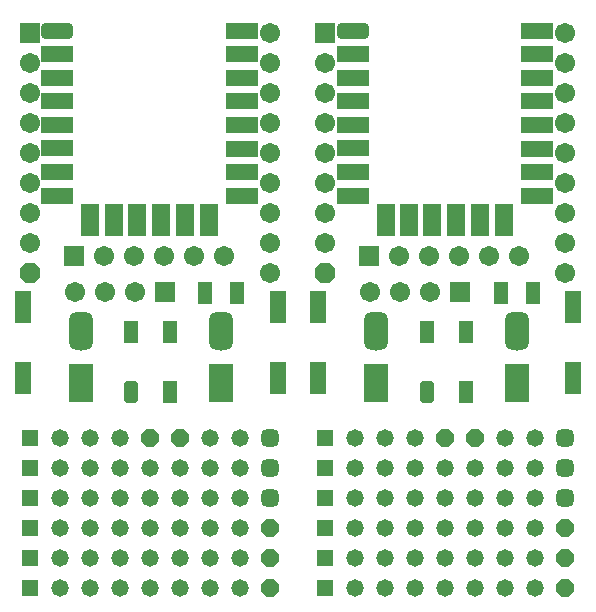
<source format=gts>
G04 Layer_Color=8388736*
%FSLAX25Y25*%
%MOIN*%
G70*
G01*
G75*
G04:AMPARAMS|DCode=41|XSize=74.93mil|YSize=47.37mil|CornerRadius=13.84mil|HoleSize=0mil|Usage=FLASHONLY|Rotation=90.000|XOffset=0mil|YOffset=0mil|HoleType=Round|Shape=RoundedRectangle|*
%AMROUNDEDRECTD41*
21,1,0.07493,0.01969,0,0,90.0*
21,1,0.04724,0.04737,0,0,90.0*
1,1,0.02769,0.00984,0.02362*
1,1,0.02769,0.00984,-0.02362*
1,1,0.02769,-0.00984,-0.02362*
1,1,0.02769,-0.00984,0.02362*
%
%ADD41ROUNDEDRECTD41*%
%ADD42R,0.04737X0.07493*%
%ADD43R,0.04737X0.07493*%
%ADD44R,0.07887X0.12611*%
G04:AMPARAMS|DCode=45|XSize=126.11mil|YSize=78.87mil|CornerRadius=21.72mil|HoleSize=0mil|Usage=FLASHONLY|Rotation=270.000|XOffset=0mil|YOffset=0mil|HoleType=Round|Shape=RoundedRectangle|*
%AMROUNDEDRECTD45*
21,1,0.12611,0.03543,0,0,270.0*
21,1,0.08268,0.07887,0,0,270.0*
1,1,0.04343,-0.01772,-0.04134*
1,1,0.04343,-0.01772,0.04134*
1,1,0.04343,0.01772,0.04134*
1,1,0.04343,0.01772,-0.04134*
%
%ADD45ROUNDEDRECTD45*%
%ADD46R,0.05131X0.07493*%
%ADD47R,0.05800X0.10642*%
%ADD48R,0.10800X0.05300*%
%ADD49R,0.06300X0.10800*%
G04:AMPARAMS|DCode=50|XSize=53mil|YSize=108mil|CornerRadius=15.25mil|HoleSize=0mil|Usage=FLASHONLY|Rotation=90.000|XOffset=0mil|YOffset=0mil|HoleType=Round|Shape=RoundedRectangle|*
%AMROUNDEDRECTD50*
21,1,0.05300,0.07750,0,0,90.0*
21,1,0.02250,0.10800,0,0,90.0*
1,1,0.03050,0.03875,0.01125*
1,1,0.03050,0.03875,-0.01125*
1,1,0.03050,-0.03875,-0.01125*
1,1,0.03050,-0.03875,0.01125*
%
%ADD50ROUNDEDRECTD50*%
%ADD51C,0.05800*%
%ADD52R,0.05800X0.05800*%
G04:AMPARAMS|DCode=53|XSize=58mil|YSize=58mil|CornerRadius=16.5mil|HoleSize=0mil|Usage=FLASHONLY|Rotation=0.000|XOffset=0mil|YOffset=0mil|HoleType=Round|Shape=RoundedRectangle|*
%AMROUNDEDRECTD53*
21,1,0.05800,0.02500,0,0,0.0*
21,1,0.02500,0.05800,0,0,0.0*
1,1,0.03300,0.01250,-0.01250*
1,1,0.03300,-0.01250,-0.01250*
1,1,0.03300,-0.01250,0.01250*
1,1,0.03300,0.01250,0.01250*
%
%ADD53ROUNDEDRECTD53*%
%ADD54P,0.06278X8X22.5*%
%ADD55R,0.05800X0.05800*%
%ADD56C,0.06706*%
%ADD57R,0.06706X0.06706*%
%ADD58R,0.06706X0.06706*%
%ADD59P,0.07258X8X292.5*%
D41*
X42819Y71929D02*
D03*
X141244D02*
D03*
D42*
X42819Y91929D02*
D03*
X141244D02*
D03*
D43*
X55819Y71929D02*
D03*
Y91929D02*
D03*
X154244Y71929D02*
D03*
Y91929D02*
D03*
D44*
X25984Y75197D02*
D03*
X72835D02*
D03*
X124409D02*
D03*
X171260D02*
D03*
D45*
X25984Y92520D02*
D03*
X72835D02*
D03*
X124409D02*
D03*
X171260D02*
D03*
D46*
X67520Y105118D02*
D03*
X78150D02*
D03*
X165945D02*
D03*
X176575D02*
D03*
D47*
X6693Y100394D02*
D03*
Y76772D02*
D03*
X91732D02*
D03*
Y100394D02*
D03*
X105118D02*
D03*
Y76772D02*
D03*
X190157D02*
D03*
Y100394D02*
D03*
D48*
X79565Y192553D02*
D03*
Y184753D02*
D03*
Y168953D02*
D03*
Y161053D02*
D03*
X79665Y153153D02*
D03*
Y145353D02*
D03*
Y137453D02*
D03*
X18165Y137553D02*
D03*
Y145453D02*
D03*
Y153253D02*
D03*
Y161053D02*
D03*
Y169053D02*
D03*
Y176853D02*
D03*
Y184753D02*
D03*
X79565Y176753D02*
D03*
X177990Y192553D02*
D03*
Y184753D02*
D03*
Y168953D02*
D03*
Y161053D02*
D03*
X178090Y153153D02*
D03*
Y145353D02*
D03*
Y137453D02*
D03*
X116590Y137553D02*
D03*
Y145453D02*
D03*
Y153253D02*
D03*
Y161053D02*
D03*
Y169053D02*
D03*
Y176853D02*
D03*
Y184753D02*
D03*
X177990Y176753D02*
D03*
D49*
X68565Y129353D02*
D03*
X60565D02*
D03*
X52765D02*
D03*
X44765D02*
D03*
X36965D02*
D03*
X29165D02*
D03*
X166990D02*
D03*
X158990D02*
D03*
X151190D02*
D03*
X143190D02*
D03*
X135390D02*
D03*
X127590D02*
D03*
D50*
X18165Y192553D02*
D03*
X116590D02*
D03*
D51*
X69055Y56732D02*
D03*
X19055D02*
D03*
X79055D02*
D03*
Y46732D02*
D03*
Y36732D02*
D03*
Y26732D02*
D03*
Y16732D02*
D03*
Y6732D02*
D03*
X59055Y46732D02*
D03*
X69055D02*
D03*
X59055Y36732D02*
D03*
X69055D02*
D03*
X59055Y26732D02*
D03*
X69055D02*
D03*
X59055Y16732D02*
D03*
X69055D02*
D03*
X59055Y6732D02*
D03*
X69055D02*
D03*
X39055Y46732D02*
D03*
X49055D02*
D03*
X39055Y36732D02*
D03*
X49055D02*
D03*
X39055Y26732D02*
D03*
X49055D02*
D03*
X39055Y16732D02*
D03*
X49055D02*
D03*
X39055Y6732D02*
D03*
X49055D02*
D03*
X29055D02*
D03*
X19055D02*
D03*
X29055Y16732D02*
D03*
X19055D02*
D03*
X29055Y26732D02*
D03*
X19055D02*
D03*
X29055Y36732D02*
D03*
X19055D02*
D03*
X29055Y46732D02*
D03*
X19055D02*
D03*
X39055Y56732D02*
D03*
X29055D02*
D03*
X25984Y88858D02*
D03*
X72835D02*
D03*
X167480Y56732D02*
D03*
X117480D02*
D03*
X177480D02*
D03*
Y46732D02*
D03*
Y36732D02*
D03*
Y26732D02*
D03*
Y16732D02*
D03*
Y6732D02*
D03*
X157480Y46732D02*
D03*
X167480D02*
D03*
X157480Y36732D02*
D03*
X167480D02*
D03*
X157480Y26732D02*
D03*
X167480D02*
D03*
X157480Y16732D02*
D03*
X167480D02*
D03*
X157480Y6732D02*
D03*
X167480D02*
D03*
X137480Y46732D02*
D03*
X147480D02*
D03*
X137480Y36732D02*
D03*
X147480D02*
D03*
X137480Y26732D02*
D03*
X147480D02*
D03*
X137480Y16732D02*
D03*
X147480D02*
D03*
X137480Y6732D02*
D03*
X147480D02*
D03*
X127480D02*
D03*
X117480D02*
D03*
X127480Y16732D02*
D03*
X117480D02*
D03*
X127480Y26732D02*
D03*
X117480D02*
D03*
X127480Y36732D02*
D03*
X117480D02*
D03*
X127480Y46732D02*
D03*
X117480D02*
D03*
X137480Y56732D02*
D03*
X127480D02*
D03*
X124409Y88858D02*
D03*
X171260D02*
D03*
D52*
X9055Y26732D02*
D03*
Y16732D02*
D03*
Y6732D02*
D03*
Y36732D02*
D03*
Y46732D02*
D03*
Y56732D02*
D03*
X107480Y26732D02*
D03*
Y16732D02*
D03*
Y6732D02*
D03*
Y36732D02*
D03*
Y46732D02*
D03*
Y56732D02*
D03*
D53*
X89055Y46732D02*
D03*
Y36732D02*
D03*
Y56732D02*
D03*
X187480Y46732D02*
D03*
Y36732D02*
D03*
Y56732D02*
D03*
D54*
X89055Y26732D02*
D03*
Y16732D02*
D03*
Y6732D02*
D03*
X59055Y56732D02*
D03*
X49055D02*
D03*
X187480Y26732D02*
D03*
Y16732D02*
D03*
Y6732D02*
D03*
X157480Y56732D02*
D03*
X147480D02*
D03*
D55*
X25984Y78858D02*
D03*
X72835D02*
D03*
X124409D02*
D03*
X171260D02*
D03*
D56*
X24067Y105512D02*
D03*
X34067D02*
D03*
X44067D02*
D03*
X89055Y191732D02*
D03*
Y171732D02*
D03*
Y161732D02*
D03*
Y151732D02*
D03*
Y141732D02*
D03*
Y131732D02*
D03*
Y121732D02*
D03*
Y111732D02*
D03*
Y181732D02*
D03*
X9055Y171732D02*
D03*
Y161732D02*
D03*
Y151732D02*
D03*
Y141732D02*
D03*
Y131732D02*
D03*
Y121732D02*
D03*
Y181732D02*
D03*
X33622Y117323D02*
D03*
X43622D02*
D03*
X53622D02*
D03*
X63622D02*
D03*
X73622D02*
D03*
X122492Y105512D02*
D03*
X132492D02*
D03*
X142492D02*
D03*
X187480Y191732D02*
D03*
Y171732D02*
D03*
Y161732D02*
D03*
Y151732D02*
D03*
Y141732D02*
D03*
Y131732D02*
D03*
Y121732D02*
D03*
Y111732D02*
D03*
Y181732D02*
D03*
X107480Y171732D02*
D03*
Y161732D02*
D03*
Y151732D02*
D03*
Y141732D02*
D03*
Y131732D02*
D03*
Y121732D02*
D03*
Y181732D02*
D03*
X132047Y117323D02*
D03*
X142047D02*
D03*
X152047D02*
D03*
X162047D02*
D03*
X172047D02*
D03*
D57*
X54067Y105512D02*
D03*
X23622Y117323D02*
D03*
X152492Y105512D02*
D03*
X122047Y117323D02*
D03*
D58*
X9055Y191732D02*
D03*
X107480D02*
D03*
D59*
X9055Y111732D02*
D03*
X107480D02*
D03*
M02*

</source>
